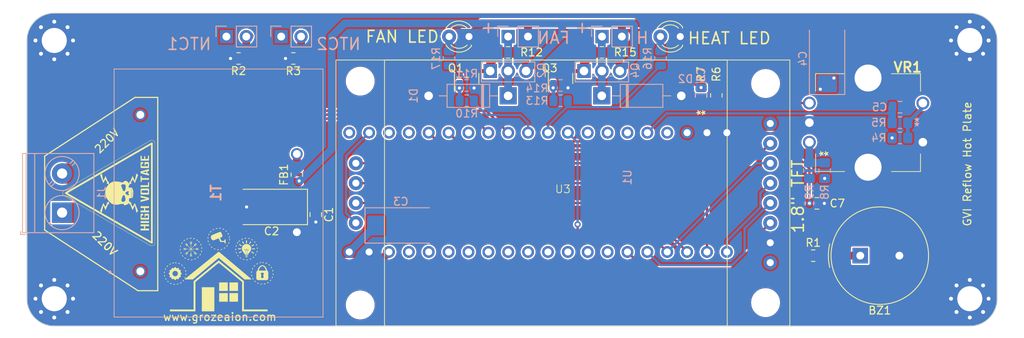
<source format=kicad_pcb>
(kicad_pcb (version 20221018) (generator pcbnew)
  (layers (0 "F.Cu" signal) (31 "B.Cu" signal) (34 "B.Paste" user) (35 "F.Paste" user) (36 "B.SilkS" user "B.Silkscreen") (37 "F.SilkS" user "F.Silkscreen") (38 "B.Mask" user) (39 "F.Mask" user) (44 "Edge.Cuts" user))
  (net 0 "")
  (net 1 "Net-(BZ1--)")
  (net 2 "GND")
  (net 3 "+5V")
  (net 4 "+3.3V")
  (net 5 "BTN")
  (net 6 "CH1")
  (net 7 "CH2")
  (net 8 "Net-(D1-K)")
  (net 9 "Net-(D2-K)")
  (net 10 "Net-(T1-DC_OUTPUT_+V)")
  (net 11 "Net-(J1-Pin_1)")
  (net 12 "Net-(J1-Pin_2)")
  (net 13 "Net-(Q1-G)")
  (net 14 "Net-(Q1-D)")
  (net 15 "Net-(Q3-G)")
  (net 16 "Net-(Q3-D)")
  (net 17 "BUZZ")
  (net 18 "NTC1")
  (net 19 "NTC2")
  (net 20 "SW")
  (net 21 "A")
  (net 22 "B")
  (net 23 "FAN")
  (net 24 "HEATER")
  (net 25 "Net-(D3-A)")
  (net 26 "LCD_CMD")
  (net 27 "LCD_RST")
  (net 28 "LCD_CS")
  (net 29 "RST")
  (net 42 "SWO")
  (net 47 "SD_CS")
  (net 48 "SPI_MOSI")
  (net 49 "SPI_MISO")
  (net 50 "SPI_SCK")
  (net 52 "Net-(D4-A)")
  (footprint "MountingHole:MountingHole_3.2mm_M3_Pad_Via" (layer "F.Cu") (at 152 113.5)
    (fp_text reference "H4" hide)
    (fp_text value "MountingHole_Pad")
    (pad "1" thru_hole circle (at -2.4 0) (size 0.8 0.8) (drill 0.5) (layers "*.Cu" "*.Mask") (net 2 "GND"))
    (pad "1" thru_hole circle (at -1.697056 -1.697056) (size 0.8 0.8) (drill 0.5) (layers "*.Cu" "*.Mask") (net 2 "GND"))
    (pad "1" thru_hole circle (at -1.697056 1.697056) (size 0.8 0.8) (drill 0.5) (layers "*.Cu" "*.Mask") (net 2 "GND"))
    (pad "1" thru_hole circle (at 0 -2.4) (size 0.8 0.8) (drill 0.5) (layers "*.Cu" "*.Mask") (net 2 "GND"))
    (pad "1" thru_hole circle (at 0 0) (size 6.4 6.4) (drill 3.2) (layers "*.Cu" "*.Mask") (net 2 "GND"))
    (pad "1" thru_hole circle (at 0 2.4) (size 0.8 0.8) (drill 0.5) (layers "*.Cu" "*.Mask") (net 2 "GND"))
    (pad "1" thru_hole circle (at 1.697056 -1.697056) (size 0.8 0.8) (drill 0.5) (layers "*.Cu" "*.Mask") (net 2 "GND"))
    (pad "1" thru_hole circle (at 1.697056 1.697056) (size 0.8 0.8) (drill 0.5) (layers "*.Cu" "*.Mask") (net 2 "GND"))
    (pad "1" thru_hole circle (at 2.4 0) (size 0.8 0.8) (drill 0.5) (layers "*.Cu" "*.Mask") (net 2 "GND"))
  )
  (footprint "Resistor_SMD:R_0805_2012Metric" (layer "F.Cu") (at 66 97.65 90)
    (fp_text reference "FB1" (at 0 -1.65 90) (layer "F.SilkS"))
    (fp_text value "FerriteBead")
    (pad "1" smd roundrect (at -0.9125 0 90) (size 1.025 1.4) (layers "F.Cu" "F.Paste" "F.Mask") (roundrect_rratio 0.243902439) (net 3 "+5V"))
    (pad "2" smd roundrect (at 0.9125 0 90) (size 1.025 1.4) (layers "F.Cu" "F.Paste" "F.Mask") (roundrect_rratio 0.243902439) (net 10 "Net-(T1-DC_OUTPUT_+V)"))
  )
  (footprint "Capacitor_SMD:C_0805_2012Metric" (layer "F.Cu") (at 68.425 102.75 -90)
    (fp_text reference "C1" (at 0 -1.68 90) (layer "F.SilkS"))
    (fp_text value "100n")
    (pad "1" smd roundrect (at -0.95 0 270) (size 1 1.45) (layers "F.Cu" "F.Paste" "F.Mask") (net 3 "+5V"))
    (pad "2" smd roundrect (at 0.95 0 270) (size 1 1.45) (layers "F.Cu" "F.Paste" "F.Mask") (net 2 "GND"))
  )
  (footprint "MountingHole:MountingHole_3.2mm_M3_Pad_Via" (layer "F.Cu") (at 152 80.5)
    (fp_text reference "H3" hide)
    (fp_text value "MountingHole_Pad")
    (pad "1" thru_hole circle (at -2.4 0) (size 0.8 0.8) (drill 0.5) (layers "*.Cu" "*.Mask") (net 2 "GND"))
    (pad "1" thru_hole circle (at -1.697056 -1.697056) (size 0.8 0.8) (drill 0.5) (layers "*.Cu" "*.Mask") (net 2 "GND"))
    (pad "1" thru_hole circle (at -1.697056 1.697056) (size 0.8 0.8) (drill 0.5) (layers "*.Cu" "*.Mask") (net 2 "GND"))
    (pad "1" thru_hole circle (at 0 -2.4) (size 0.8 0.8) (drill 0.5) (layers "*.Cu" "*.Mask") (net 2 "GND"))
    (pad "1" thru_hole circle (at 0 0) (size 6.4 6.4) (drill 3.2) (layers "*.Cu" "*.Mask") (net 2 "GND"))
    (pad "1" thru_hole circle (at 0 2.4) (size 0.8 0.8) (drill 0.5) (layers "*.Cu" "*.Mask") (net 2 "GND"))
    (pad "1" thru_hole circle (at 1.697056 -1.697056) (size 0.8 0.8) (drill 0.5) (layers "*.Cu" "*.Mask") (net 2 "GND"))
    (pad "1" thru_hole circle (at 1.697056 1.697056) (size 0.8 0.8) (drill 0.5) (layers "*.Cu" "*.Mask") (net 2 "GND"))
    (pad "1" thru_hole circle (at 2.4 0) (size 0.8 0.8) (drill 0.5) (layers "*.Cu" "*.Mask") (net 2 "GND"))
  )
  (footprint "Resistor_SMD:R_0805_2012Metric_Pad1.20x1.40mm_HandSolder" (layer "F.Cu") (at 131.99 108)
    (fp_text reference "R1" (at 0 -1.65) (layer "F.SilkS"))
    (fp_text value "100")
    (pad "1" smd roundrect (at -1 0) (size 1.2 1.4) (layers "F.Cu" "F.Paste" "F.Mask") (roundrect_rratio 0.2083333333) (net 17 "BUZZ"))
    (pad "2" smd roundrect (at 1 0) (size 1.2 1.4) (layers "F.Cu" "F.Paste" "F.Mask") (roundrect_rratio 0.2083333333) (net 1 "Net-(BZ1--)"))
  )
  (footprint "Graphics:SnartHome14" (layer "F.Cu") (at 56.020646 109.761767)
    (fp_text reference "G***" hide)
    (fp_text value "LOGO" hide)
  )
  (footprint "Capacitor_SMD:C_0805_2012Metric" (layer "F.Cu") (at 132.46 101.32)
    (fp_text reference "C7" (at 2.61 0) (layer "F.SilkS"))
    (fp_text value "100n")
    (pad "1" smd roundrect (at -0.95 0) (size 1 1.45) (layers "F.Cu" "F.Paste" "F.Mask") (net 6 "CH1"))
    (pad "2" smd roundrect (at 0.95 0) (size 1 1.45) (layers "F.Cu" "F.Paste" "F.Mask") (net 2 "GND"))
  )
  (footprint "Resistor_SMD:R_0805_2012Metric_Pad1.20x1.40mm_HandSolder" (layer "F.Cu") (at 117.66 87.51 -90)
    (fp_text reference "R7" (at -2.7 0 90) (layer "F.SilkS"))
    (fp_text value "10k")
    (pad "1" smd roundrect (at -1 0 270) (size 1.2 1.4) (layers "F.Cu" "F.Paste" "F.Mask") (roundrect_rratio 0.2083333333) (net 7 "CH2"))
    (pad "2" smd roundrect (at 1 0 270) (size 1.2 1.4) (layers "F.Cu" "F.Paste" "F.Mask") (roundrect_rratio 0.2083333333) (net 21 "A"))
  )
  (footprint "ESP:PEC11R4220FS0024" (layer "F.Cu") (at 146 88.5 -90)
    (fp_text reference "VR1" (at -4.57 1.93) (layer "F.SilkS") (effects (font (size 1.27 1.27) (thickness 0.254))))
    (fp_text value "PEC11R-4220F-S0024" hide)
    (pad "1" thru_hole circle (at 0 0 270) (size 1.65 1.65) (drill 1.1) (layers "*.Cu" "*.Mask") (net 20 "SW"))
    (pad "2" thru_hole circle (at 5 0 270) (size 1.65 1.65) (drill 1.1) (layers "*.Cu" "*.Mask") (net 2 "GND"))
    (pad "A1" thru_hole circle (at 0 14.5 270) (size 1.65 1.65) (drill 1.1) (layers "*.Cu" "*.Mask") (net 21 "A"))
    (pad "B1" thru_hole circle (at 5 14.5 270) (size 1.65 1.65) (drill 1.1) (layers "*.Cu" "*.Mask") (net 22 "B"))
    (pad "C1" thru_hole circle (at 2.5 14.5 270) (size 1.65 1.65) (drill 1.1) (layers "*.Cu" "*.Mask") (net 2 "GND"))
    (pad "MH1" thru_hole circle (at -3.2 7 270) (size 5.161 5.161) (drill 3.4409) (layers "*.Cu" "*.Mask") (net 2 "GND"))
    (pad "MH2" thru_hole circle (at 8.2 7 270) (size 5.161 5.161) (drill 3.4409) (layers "*.Cu" "*.Mask") (net 2 "GND"))
  )
  (footprint "LED_THT:LED_D3.0mm" (layer "F.Cu") (at 115 80 180)
    (fp_text reference "D3" hide)
    (fp_text value "LED")
    (pad "1" thru_hole rect (at 0 0 180) (size 1.8 1.8) (drill 0.9) (layers "*.Cu" "*.Mask") (net 2 "GND"))
    (pad "2" thru_hole circle (at 2.54 0 180) (size 1.8 1.8) (drill 0.9) (layers "*.Cu" "*.Mask") (net 25 "Net-(D3-A)"))
  )
  (footprint "Resistor_SMD:R_0805_2012Metric_Pad1.20x1.40mm_HandSolder" (layer "F.Cu") (at 119.61 87.51 90)
    (fp_text reference "R6" (at 2.7 0 90) (layer "F.SilkS"))
    (fp_text value "10k")
    (pad "1" smd roundrect (at -1 0 90) (size 1.2 1.4) (layers "F.Cu" "F.Paste" "F.Mask") (roundrect_rratio 0.2083333333) (net 21 "A"))
    (pad "2" smd roundrect (at 1 0 90) (size 1.2 1.4) (layers "F.Cu" "F.Paste" "F.Mask") (roundrect_rratio 0.2083333333) (net 4 "+3.3V"))
  )
  (footprint "Resistor_SMD:R_0805_2012Metric" (layer "F.Cu") (at 93 82.025 180)
    (fp_text reference "R12" (at -3 0.005) (layer "F.SilkS"))
    (fp_text value "10k")
    (pad "1" smd roundrect (at -0.9125 0 180) (size 1.025 1.4) (layers "F.Cu" "F.Paste" "F.Mask") (roundrect_rratio 0.243902439) (net 3 "+5V"))
    (pad "2" smd roundrect (at 0.9125 0 180) (size 1.025 1.4) (layers "F.Cu" "F.Paste" "F.Mask") (roundrect_rratio 0.243902439) (net 14 "Net-(Q1-D)"))
  )
  (footprint "Package_TO_SOT_SMD:SOT-23" (layer "F.Cu") (at 87.7 85.35 90)
    (fp_text reference "Q1" (at 1.31 -1.39 180) (layer "F.SilkS"))
    (fp_text value "BSS138")
    (pad "1" smd roundrect (at -0.9375 -0.95 90) (size 1.475 0.6) (layers "F.Cu" "F.Paste" "F.Mask") (net 13 "Net-(Q1-G)"))
    (pad "2" smd roundrect (at -0.9375 0.95 90) (size 1.475 0.6) (layers "F.Cu" "F.Paste" "F.Mask") (net 2 "GND"))
    (pad "3" smd roundrect (at 0.9375 0 90) (size 1.475 0.6) (layers "F.Cu" "F.Paste" "F.Mask") (net 14 "Net-(Q1-D)"))
  )
  (footprint "MountingHole:MountingHole_3.2mm_M3_Pad_Via" (layer "F.Cu") (at 35 80.5)
    (fp_text reference "H1" hide)
    (fp_text value "MountingHole_Pad")
    (pad "1" thru_hole circle (at -2.4 0) (size 0.8 0.8) (drill 0.5) (layers "*.Cu" "*.Mask") (net 2 "GND"))
    (pad "1" thru_hole circle (at -1.697056 -1.697056) (size 0.8 0.8) (drill 0.5) (layers "*.Cu" "*.Mask") (net 2 "GND"))
    (pad "1" thru_hole circle (at -1.697056 1.697056) (size 0.8 0.8) (drill 0.5) (layers "*.Cu" "*.Mask") (net 2 "GND"))
    (pad "1" thru_hole circle (at 0 -2.4) (size 0.8 0.8) (drill 0.5) (layers "*.Cu" "*.Mask") (net 2 "GND"))
    (pad "1" thru_hole circle (at 0 0) (size 6.4 6.4) (drill 3.2) (layers "*.Cu" "*.Mask") (net 2 "GND"))
    (pad "1" thru_hole circle (at 0 2.4) (size 0.8 0.8) (drill 0.5) (layers "*.Cu" "*.Mask") (net 2 "GND"))
    (pad "1" thru_hole circle (at 1.697056 -1.697056) (size 0.8 0.8) (drill 0.5) (layers "*.Cu" "*.Mask") (net 2 "GND"))
    (pad "1" thru_hole circle (at 1.697056 1.697056) (size 0.8 0.8) (drill 0.5) (layers "*.Cu" "*.Mask") (net 2 "GND"))
    (pad "1" thru_hole circle (at 2.4 0) (size 0.8 0.8) (drill 0.5) (layers "*.Cu" "*.Mask") (net 2 "GND"))
  )
  (footprint "ADR130:HighVoltage15mm" (layer "F.Cu") (at 42.525 99.999608 90)
    (fp_text reference "G***" hide)
    (fp_text value "LOGO" hide)
  )
  (footprint "LED_THT:LED_D3.0mm" (layer "F.Cu") (at 88 80 180)
    (fp_text reference "D4" hide)
    (fp_text value "LED")
    (pad "1" thru_hole rect (at 0 0 180) (size 1.8 1.8) (drill 0.9) (layers "*.Cu" "*.Mask") (net 2 "GND"))
    (pad "2" thru_hole circle (at 2.54 0 180) (size 1.8 1.8) (drill 0.9) (layers "*.Cu" "*.Mask") (net 52 "Net-(D4-A)"))
  )
  (footprint "Resistor_SMD:R_0805_2012Metric_Pad1.20x1.40mm_HandSolder" (layer "F.Cu") (at 65.55 82.8)
    (fp_text reference "R3" (at 0 1.61) (layer "F.SilkS"))
    (fp_text value "10k")
    (pad "1" smd roundrect (at -1 0) (size 1.2 1.4) (layers "F.Cu" "F.Paste" "F.Mask") (roundrect_rratio 0.2083333333) (net 2 "GND"))
    (pad "2" smd roundrect (at 1 0) (size 1.2 1.4) (layers "F.Cu" "F.Paste" "F.Mask") (roundrect_rratio 0.2083333333) (net 19 "NTC2"))
  )
  (footprint "KiCAD_Lib:1.8 TFT" (layer "F.Cu") (at 100 100)
    (fp_text reference "U3" (at 0 -0.5 unlocked) (layer "F.SilkS") (effects (font (thickness 0.1))))
    (fp_text value "1.8\" TFT")
    (pad "" np_thru_hole circle (at -25.9 -14.3) (size 3.2 3.2) (drill 3.2) (layers "F&B.Cu" "*.Mask"))
    (pad "" np_thru_hole circle (at -25.9 14.3) (size 3.2 3.2) (drill 3.2) (layers "F&B.Cu" "*.Mask"))
    (pad "" np_thru_hole circle (at 25.9 -14) (size 3.2 3.2) (drill 3.2) (layers "F&B.Cu" "*.Mask"))
    (pad "" np_thru_hole circle (at 25.9 14) (size 3.2 3.2) (drill 3.2) (layers "F&B.Cu" "*.Mask"))
    (pad "1" thru_hole circle (at 26.5 -8.89) (size 1.8 1.8) (drill 0.9) (layers "*.Cu" "*.Mask") (net 4 "+3.3V"))
    (pad "2" thru_hole circle (at 26.5 -6.35) (size 1.8 1.8) (drill 0.9) (layers "*.Cu" "*.Mask") (net 50 "SPI_SCK"))
    (pad "3" thru_hole circle (at 26.5 -3.81) (size 1.8 1.8) (drill 0.9) (layers "*.Cu" "*.Mask") (net 48 "SPI_MOSI"))
    (pad "4" thru_hole circle (at 26.5 -1.27) (size 1.8 1.8) (drill 0.9) (layers "*.Cu" "*.Mask") (net 26 "LCD_CMD"))
    (pad "5" thru_hole circle (at 26.5 1.27) (size 1.8 1.8) (drill 0.9) (layers "*.Cu" "*.Mask") (net 27 "LCD_RST"))
    (pad "6" thru_hole circle (at 26.5 3.81) (size 1.8 1.8) (drill 0.9) (layers "*.Cu" "*.Mask") (net 28 "LCD_CS"))
    (pad "7" thru_hole circle (at 26.5 6.35) (size 1.8 1.8) (drill 0.9) (layers "*.Cu" "*.Mask") (net 2 "GND"))
    (pad "8" thru_hole circle (at 26.5 8.89) (size 1.8 1.8) (drill 0.9) (layers "*.Cu" "*.Mask") (net 4 "+3.3V"))
    (pad "9" thru_hole circle (at -26.46 -3.81) (size 1.8 1.8) (drill 0.9) (layers "*.Cu" "*.Mask") (net 50 "SPI_SCK"))
    (pad "10" thru_hole circle (at -26.46 -1.27) (size 1.8 1.8) (drill 0.9) (layers "*.Cu" "*.Mask") (net 49 "SPI_MISO"))
    (pad "11" thru_hole circle (at -26.46 1.27) (size 1.8 1.8) (drill 0.9) (layers "*.Cu" "*.Mask") (net 48 "SPI_MOSI"))
    (pad "12" thru_hole circle (at -26.46 3.81) (size 1.8 1.8) (drill 0.9) (layers "*.Cu" "*.Mask") (net 47 "SD_CS"))
  )
  (footprint "Package_TO_SOT_SMD:SOT-23" (layer "F.Cu") (at 99.7 85.35 90)
    (fp_text reference "Q3" (at 1.31 -1.39 180) (layer "F.SilkS"))
    (fp_text value "BSS138")
    (pad "1" smd roundrect (at -0.9375 -0.95 90) (size 1.475 0.6) (layers "F.Cu" "F.Paste" "F.Mask") (net 15 "Net-(Q3-G)"))
    (pad "2" smd roundrect (at -0.9375 0.95 90) (size 1.475 0.6) (layers "F.Cu" "F.Paste" "F.Mask") (net 2 "GND"))
    (pad "3" smd roundrect (at 0.9375 0 90) (size 1.475 0.6) (layers "F.Cu" "F.Paste" "F.Mask") (net 16 "Net-(Q3-D)"))
  )
  (footprint "Buzzer_Beeper:Buzzer_TDK_PS1240P02BT_D12.2mm_H6.5mm" (layer "F.Cu") (at 138 108)
    (fp_text reference "BZ1" (at 2.500784 7) (layer "F.SilkS"))
    (fp_text value "Buzzer")
    (pad "1" thru_hole rect (at 0 0) (size 2 2) (drill 1) (layers "*.Cu" "*.Mask") (net 1 "Net-(BZ1--)"))
    (pad "2" thru_hole circle (at 5 0) (size 2 2) (drill 1) (layers "*.Cu" "*.Mask") (net 2 "GND"))
  )
  (footprint "Capacitor_Tantalum_SMD:CP_EIA-7343-43_Kemet-X_Pad2.25x2.55mm_HandSolder" (layer "F.Cu") (at 62.775 101.775 180)
    (fp_text reference "C2" (at 0 -3.1) (layer "F.SilkS"))
    (fp_text value "22u")
    (pad "1" smd roundrect (at -3.2 0 180) (size 2.25 2.55) (layers "F.Cu" "F.Paste" "F.Mask") (roundrect_rratio 0.1111111111) (net 3 "+5V"))
    (pad "2" smd roundrect (at 3.2 0 180) (size 2.25 2.55) (layers "F.Cu" "F.Paste" "F.Mask") (roundrect_rratio 0.1111111111) (net 2 "GND"))
  )
  (footprint "MountingHole:MountingHole_3.2mm_M3_Pad_Via" (layer "F.Cu") (at 35 113.5)
    (fp_text reference "H2" hide)
    (fp_text value "MountingHole_Pad")
    (pad "1" thru_hole circle (at -2.4 0) (size 0.8 0.8) (drill 0.5) (layers "*.Cu" "*.Mask") (net 2 "GND"))
    (pad "1" thru_hole circle (at -1.697056 -1.697056) (size 0.8 0.8) (drill 0.5) (layers "*.Cu" "*.Mask") (net 2 "GND"))
    (pad "1" thru_hole circle (at -1.697056 1.697056) (size 0.8 0.8) (drill 0.5) (layers "*.Cu" "*.Mask") (net 2 "GND"))
    (pad "1" thru_hole circle (at 0 -2.4) (size 0.8 0.8) (drill 0.5) (layers "*.Cu" "*.Mask") (net 2 "GND"))
    (pad "1" thru_hole circle (at 0 0) (size 6.4 6.4) (drill 3.2) (layers "*.Cu" "*.Mask") (net 2 "GND"))
    (pad "1" thru_hole circle (at 0 2.4) (size 0.8 0.8) (drill 0.5) (layers "*.Cu" "*.Mask") (net 2 "GND"))
    (pad "1" thru_hole circle (at 1.697056 -1.697056) (size 0.8 0.8) (drill 0.5) (layers "*.Cu" "*.Mask") (net 2 "GND"))
    (pad "1" thru_hole circle (at 1.697056 1.697056) (size 0.8 0.8) (drill 0.5) (layers "*.Cu" "*.Mask") (net 2 "GND"))
    (pad "1" thru_hole circle (at 2.4 0) (size 0.8 0.8) (drill 0.5) (layers "*.Cu" "*.Mask") (net 2 "GND"))
  )
  (footprint "Resistor_SMD:R_0805_2012Metric" (layer "F.Cu") (at 104.975 82.025 180)
    (fp_text reference "R15" (at -2.995 0.005) (layer "F.SilkS"))
    (fp_text value "10k")
    (pad "1" smd roundrect (at -0.9125 0 180) (size 1.025 1.4) (layers "F.Cu" "F.Paste" "F.Mask") (roundrect_rratio 0.243902439) (net 3 "+5V"))
    (pad "2" smd roundrect (at 0.9125 0 180) (size 1.025 1.4) (layers "F.Cu" "F.Paste" "F.Mask") (roundrect_rratio 0.243902439) (net 16 "Net-(Q3-D)"))
  )
  (footprint "Resistor_SMD:R_0805_2012Metric_Pad1.20x1.40mm_HandSolder" (layer "F.Cu") (at 58.55 82.8)
    (fp_text reference "R2" (at 0 1.6) (layer "F.SilkS"))
    (fp_text value "10k")
    (pad "1" smd roundrect (at -1 0) (size 1.2 1.4) (layers "F.Cu" "F.Paste" "F.Mask") (roundrect_rratio 0.2083333333) (net 2 "GND"))
    (pad "2" smd roundrect (at 1 0) (size 1.2 1.4) (layers "F.Cu" "F.Paste" "F.Mask") (roundrect_rratio 0.2083333333) (net 18 "NTC1"))
  )
  (footprint "Capacitor_Tantalum_SMD:CP_EIA-7343-43_Kemet-X_Pad2.25x2.55mm_HandSolder" (layer "B.Cu") (at 79.3 104.14)
    (fp_text reference "C3" (at -0.01 -3.05) (layer "B.SilkS") (effects (justify mirror)))
    (fp_text value "22u")
    (pad "1" smd roundrect (at -3.2 0) (size 2.25 2.55) (layers "B.Cu" "B.Paste" "B.Mask") (roundrect_rratio 0.1111111111) (net 4 "+3.3V"))
    (pad "2" smd roundrect (at 3.2 0) (size 2.25 2.55) (layers "B.Cu" "B.Paste" "B.Mask") (roundrect_rratio 0.1111111111) (net 2 "GND"))
  )
  (footprint "Capacitor_SMD:C_0805_2012Metric" (layer "B.Cu") (at 117.665 87.51 -90)
    (fp_text reference "C6" (at -2.6 0 90) (layer "B.SilkS") (effects (justify mirror)))
    (fp_text value "100n")
    (pad "1" smd roundrect (at -0.95 0 270) (size 1 1.45) (layers "B.Cu" "B.Paste" "B.Mask") (net 7 "CH2"))
    (pad "2" smd roundrect (at 0.95 0 270) (size 1 1.45) (layers "B.Cu" "B.Paste" "B.Mask") (net 2 "GND"))
  )
  (footprint "Capacitor_SMD:C_0805_2012Metric" (layer "B.Cu") (at 143.075 89.025)
    (fp_text reference "C5" (at -2.6 0) (layer "B.SilkS") (effects (justify mirror)))
    (fp_text value "100n")
    (pad "1" smd roundrect (at -0.95 0) (size 1 1.45) (layers "B.Cu" "B.Paste" "B.Mask") (net 5 "BTN"))
    (pad "2" smd roundrect (at 0.95 0) (size 1 1.45) (layers "B.Cu" "B.Paste" "B.Mask") (net 2 "GND"))
  )
  (footprint "Connector_PinHeader_2.54mm:PinHeader_1x02_P2.54mm_Vertical" (layer "B.Cu") (at 64 80 -90)
    (fp_text reference "J3" hide)
    (fp_text value "Conn_01x02")
    (pad "1" thru_hole rect (at 0 0 270) (size 1.7 1.7) (drill 1) (layers "*.Cu" "*.Mask") (net 4 "+3.3V"))
    (pad "2" thru_hole oval (at 0 -2.54 270) (size 1.7 1.7) (drill 1) (layers "*.Cu" "*.Mask") (net 19 "NTC2"))
  )
  (footprint "Diode_THT:D_DO-41_SOD81_P10.16mm_Horizontal" (layer "B.Cu") (at 104.97 87.575)
    (fp_text reference "D2" (at 10.7 -2.155) (layer "B.SilkS") (effects (justify mirror)))
    (fp_text value "1N4007")
    (pad "1" thru_hole rect (at 0 0) (size 2.2 2.2) (drill 1.1) (layers "*.Cu" "*.Mask") (net 9 "Net-(D2-K)"))
    (pad "2" thru_hole oval (at 10.16 0) (size 2.2 2.2) (drill 1.1) (layers "*.Cu" "*.Mask") (net 2 "GND"))
  )
  (footprint "Capacitor_Tantalum_SMD:CP_EIA-7343-43_Kemet-X_Pad2.25x2.55mm_HandSolder" (layer "B.Cu") (at 133.76 82.82 90)
    (fp_text reference "C4" (at 0 -3.1 -270) (layer "B.SilkS") (effects (justify mirror)))
    (fp_text value "22u")
    (pad "1" smd roundrect (at -3.2 0 90) (size 2.25 2.55) (layers "B.Cu" "B.Paste" "B.Mask") (roundrect_rratio 0.1111111111) (net 4 "+3.3V"))
    (pad "2" smd roundrect (at 3.2 0 90) (size 2.25 2.55) (layers "B.Cu" "B.Paste" "B.Mask") (roundrect_rratio 0.1111111111) (net 2 "GND"))
  )
  (footprint "Resistor_SMD:R_0805_2012Metric" (layer "B.Cu") (at 87.7125 88.2 180)
    (fp_text reference "R10" (at -0.0075 -1.63) (layer "B.SilkS") (effects (justify mirror)))
    (fp_text value "100")
    (pad "1" smd roundrect (at -0.9125 0 180) (size 1.025 1.4) (layers "B.Cu" "B.Paste" "B.Mask") (roundrect_rratio 0.243902439) (net 23 "FAN"))
    (pad "2" smd roundrect (at 0.9125 0 180) (size 1.025 1.4) (layers "B.Cu" "B.Paste" "B.Mask") (roundrect_rratio 0.243902439) (net 13 "Net-(Q1-G)"))
  )
  (footprint "Connector_PinHeader_2.54mm:PinHeader_1x02_P2.54mm_Vertical" (layer "B.Cu") (at 57 80 -90)
    (fp_text reference "J2" hide)
    (fp_text value "Conn_01x02")
    (pad "1" thru_hole rect (at 0 0 270) (size 1.7 1.7) (drill 1) (layers "*.Cu" "*.Mask") (net 4 "+3.3V"))
    (pad "2" thru_hole oval (at 0 -2.54 270) (size 1.7 1.7) (drill 1) (layers "*.Cu" "*.Mask") (net 18 "NTC1"))
  )
  (footprint "KiCAD_Lib:blue_pill" (layer "B.Cu") (at 100 98 90)
    (fp_text reference "U1" (at 0 8.255 270) (layer "B.SilkS") (effects (justify mirror)))
    (fp_text value "BP")
    (pad "3V3" thru_hole circle (at -9.525 -27.305 90) (size 1.524 1.524) (drill 0.9) (layers "*.Cu" "*.Mask") (net 4 "+3.3V"))
    (pad "3V3" thru_hole circle (at 5.715 15.875 90) (size 1.524 1.524) (drill 0.9) (layers "*.Cu" "*.Mask") (net 4 "+3.3V"))
    (pad "5V" thru_hole circle (at -9.525 -22.225 90) (size 1.524 1.524) (drill 0.9) (layers "*.Cu" "*.Mask") (net 3 "+5V"))
    (pad "G" thru_hole circle (at -9.525 -24.765 90) (size 1.524 1.524) (drill 0.9) (layers "*.Cu" "*.Mask") (net 2 "GND"))
    (pad "G" thru_hole circle (at 5.715 18.415 90) (size 1.524 1.524) (drill 0.9) (layers "*.Cu" "*.Mask") (net 2 "GND"))
    (pad "G" thru_hole circle (at 5.715 20.955 90) (size 1.524 1.524) (drill 0.9) (layers "*.Cu" "*.Mask") (net 2 "GND"))
    (pad "NRST" thru_hole circle (at 5.715 13.335 90) (size 1.524 1.524) (drill 0.9) (layers "*.Cu" "*.Mask") (net 29 "RST"))
    (pad "PA0" thru_hole circle (at 5.715 -17.145 90) (size 1.524 1.524) (drill 0.9) (layers "*.Cu" "*.Mask") (net 6 "CH1"))
    (pad "PA1" thru_hole circle (at 5.715 -14.605 90) (size 1.524 1.524) (drill 0.9) (layers "*.Cu" "*.Mask") (net 7 "CH2"))
    (pad "PA2" thru_hole circle (at 5.715 -12.065 90) (size 1.524 1.524) (drill 0.9) (layers "*.Cu" "*.Mask"))
    (pad "PA3" thru_hole circle (at 5.715 -9.525 90) (size 1.524 1.524) (drill 0.9) (layers "*.Cu" "*.Mask") (net 18 "NTC1"))
    (pad "PA4" thru_hole circle (at 5.715 -6.985 90) (size 1.524 1.524) (drill 0.9) (layers "*.Cu" "*.Mask") (net 19 "NTC2"))
    (pad "PA5" thru_hole circle (at 5.715 -4.445 90) (size 1.524 1.524) (drill 0.9) (layers "*.Cu" "*.Mask") (net 23 "FAN"))
    (pad "PA6" thru_hole circle (at 5.715 -1.905 90) (size 1.524 1.524) (drill 0.9) (layers "*.Cu" "*.Mask") (net 24 "HEATER"))
    (pad "PA7" thru_hole circle (at 5.715 0.635 90) (size 1.524 1.524) (drill 0.9) (layers "*.Cu" "*.Mask") (net 17 "BUZZ"))
    (pad "PA8" thru_hole circle (at -9.525 10.795 90) (size 1.524 1.524) (drill 0.9) (layers "*.Cu" "*.Mask") (net 27 "LCD_RST"))
    (pad "PA9" thru_hole circle (at -9.525 8.255 90) (size 1.524 1.524) (drill 0.9) (layers "*.Cu" "*.Mask") (net 28 "LCD_CS"))
    (pad "PA10" thru_hole circle (at -9.525 5.715 90) (size 1.524 1.524) (drill 0.9) (layers "*.Cu" "*.Mask"))
    (pad "PA11" thru_hole circle (at -9.525 3.175 90) (size 1.524 1.524) (drill 0.9) (layers "*.Cu" "*.Mask"))
    (pad "PA12" thru_hole circle (at -9.525 0.635 90) (size 1.524 1.524) (drill 0.9) (layers "*.Cu" "*.Mask"))
    (pad "PA15" thru_hole circle (at -9.525 -1.905 90) (size 1.524 1.524) (drill 0.9) (layers "*.Cu" "*.Mask"))
    (pad "PB0" thru_hole circle (at 5.715 3.175 90) (size 1.524 1.524) (drill 0.9) (layers "*.Cu" "*.Mask"))
    (pad "PB1" thru_hole circle (at 5.715 5.715 90) (size 1.524 1.524) (drill 0.9) (layers "*.Cu" "*.Mask"))
    (pad "PB3" thru_hole circle (at -9.525 -4.445 90) (size 1.524 1.524) (drill 0.9) (layers "*.Cu" "*.Mask") (net 42 "SWO"))
    (pad "PB4" thru_hole circle (at -9.525 -6.985 90) (size 1.524 1.524) (drill 0.9) (layers "*.Cu" "*.Mask"))
    (pad "PB5" thru_hole circle (at -9.525 -9.525 90) (size 1.524 1.524) (drill 0.9) (layers "*.Cu" "*.Mask"))
    (pad "PB6" thru_hole circle (at -9.525 -12.065 90) (size 1.524 1.524) (drill 0.9) (layers "*.Cu" "*.Mask"))
    (pad "PB7" thru_hole circle (at -9.525 -14.605 90) (size 1.524 1.524) (drill 0.9) (layers "*.Cu" "*.Mask"))
    (pad "PB8" thru_hole circle (at -9.525 -17.145 90) (size 1.524 1.524) (drill 0.9) (layers "*.Cu" "*.Mask"))
    (pad "PB9" thru_hole circle (at -9.525 -19.685 90) (size 1.524 1.524) (drill 0.9) (layers "*.Cu" "*.Mask"))
    (pad "PB10" thru_hole circle (at 5.715 8.255 90) (size 1.524 1.524) (drill 0.9) (layers "*.Cu" "*.Mask"))
    (pad "PB11" thru_hole circle (at 5.715 10.795 90) (size 1.524 1.524) (drill 0.9) (layers "*.Cu" "*.Mask") (net 5 "BTN"))
    (pad "PB12" thru_hole circle (at -9.525 20.955 90) (size 1.524 1.524) (drill 0.9) (layers "*.Cu" "*.Mask") (net 26 "LCD_CMD"))
    (pad "PB13" thru_hole circle (at -9.525 18.415 90) (size 1.524 1.524) (drill 0.9) (layers "*.Cu" "*.Mask") (net 50 "SPI_SCK"))
    (pad "PB14" thru_hole circle (at -9.525 15.875 90) (size 1.524 1.524) (drill 0.9) (layers "*.Cu" "*.Mask") (net 49 "SPI_MISO"))
    (pad "PB15" thru_hole circle (at -9.525 13.335 90) (size 1.524 1.524) (drill 0.9) (layers "*.Cu" "*.Mask") (net 48 "SPI_MOSI"))
    (pad "PC13" thru_hole circle (at 5.715 -24.765 90) (size 1.524 1.524) (drill 0.9) (layers "*.Cu" "*.Mask") (net 47 "SD_CS"))
    (pad "PC14" thru_hole circle (at 5.715 -22.225 90) (size 1.524 1.524) (drill 0.9) (layers "*.Cu" "*.Mask"))
    (pad "PC15" thru_hole circle (at 5.715 -19.685 90) (size 1.524 1.524) (drill 0.9) (layers "*.Cu" "*.Mask"))
    (pad "VBAT" thru_hole circle (at 5.715 -27.305 90) (size 1.524 1.524) (drill 0.9) (layers "*.Cu" "*.Mask"))
  )
  (footprint "Resistor_SMD:R_0805_2012Metric_Pad1.20x1.40mm_HandSolder" (layer "B.Cu") (at 133.455 97.13 -90)
    (fp_text reference "R8" (at 2.75 0 90) (layer "B.SilkS") (effects (justify mirror)))
    (fp_text value "10k")
    (pad "1" smd roundrect (at -1 0 270) (size 1.2 1.4) (layers "B.Cu" "B.Paste" "B.Mask") (roundrect_rratio 0.2083333333) (net 22 "B"))
    (pad "2" smd roundrect (at 1 0 270) (size 1.2 1.4) (layers "B.Cu" "B.Paste" "B.Mask") (roundrect_rratio 0.2083333333) (net 4 "+3.3V"))
  )
  (footprint "Package_TO_SOT_THT:TO-251-3_Vertical" (layer "B.Cu") (at 102.695 84.4)
    (fp_text reference "Q4" (at 6.525 -0.072 90) (layer "B.SilkS") (effects (justify mirror)))
    (fp_text value "IRFU9024NPBF")
    (pad "1" thru_hole rect (at 0 0) (size 1.7175 1.8) (drill 1.1) (layers "*.Cu" "*.Mask") (net 16 "Net-(Q3-D)"))
    (pad "2" thru_hole oval (at 2.29 0) (size 1.7175 1.8) (drill 1.1) (layers "*.Cu" "*.Mask") (net 9 "Net-(D2-K)"))
    (pad "3" thru_hole oval (at 4.58 0) (size 1.7175 1.8) (drill 1.1) (layers "*.Cu" "*.Mask") (net 3 "+5V"))
  )
  (footprint "ESP:MYRRA-47121" (layer "B.Cu") (at 56 100 90)
    (fp_text reference "T1" (at 0 -0.325 90) (layer "B.SilkS") (effects (font (size 1.27 1.27) (thickness 0.254)) (justify mirror)))
    (fp_text value "47152" hide)
    (pad "1" thru_hole circle (at -10 -10 90) (size 1.5 1.5) (drill 1) (layers "*.Cu" "*.Mask") (net 11 "Net-(J1-Pin_1)"))
    (pad "5" thru_hole circle (at 10 -10 90) (size 1.5 1.5) (drill 1) (layers "*.Cu" "*.Mask") (net 12 "Net-(J1-Pin_2)"))
    (pad "7" thru_hole circle (at 5 10 90) (size 1.5 1.5) (drill 1) (layers "*.Cu" "*.Mask") (net 10 "Net-(T1-DC_OUTPUT_+V)"))
    (pad "9" thru_hole circle (at -5 10 90) (size 1.5 1.5) (drill 1) (layers "*.Cu" "*.Mask") (net 2 "GND"))
  )
  (footprint "Resistor_SMD:R_0805_2012Metric_Pad1.20x1.40mm_HandSolder" (layer "B.Cu") (at 143.075 91)
    (fp_text reference "R5" (at -2.7 0) (layer "B.SilkS") (effects (justify mirror)))
    (fp_text value "10k")
    (pad "1" smd roundrect (at -1 0) (size 1.2 1.4) (layers "B.Cu" "B.Paste" "B.Mask") (roundrect_rratio 0.2083333333) (net 5 "BTN"))
    (pad "2" smd roundrect (at 1 0) (size 1.2 1.4) (layers "B.Cu" "B.Paste" "B.Mask") (roundrect_rratio 0.2083333333) (net 20 "SW"))
  )
  (footprint "Resistor_SMD:R_0805_2012Metric" (layer "B.Cu") (at 99.7 88.2 180)
    (fp_text reference "R13" (at 3 0) (layer "B.SilkS") (effects (justify mirror)))
    (fp_text value "100")
    (pad "1" smd roundrect (at -0.9125 0 180) (size 1.025 1.4) (layers "B.Cu" "B.Paste" "B.Mask") (roundrect_rratio 0.243902439) (net 24 "HEATER"))
    (pad "2" smd roundrect (at 0.9125 0 180) (size 1.025 1.4) (layers "B.Cu" "B.Paste" "B.Mask") (roundrect_rratio 0.243902439) (net 15 "Net-(Q3-G)"))
  )
  (footprint "Package_TO_SOT_THT:TO-251-3_Vertical" (layer "B.Cu") (at 90.71 84.4)
    (fp_text reference "Q2" (at 6.572 -0.072 90) (layer "B.SilkS") (effects (justify mirror)))
    (fp_text value "IRFU9024NPBF")
    (pad "1" thru_hole rect (at 0 0) (size 1.7175 1.8) (drill 1.1) (layers "*.Cu" "*.Mask") (net 14 "Net-(Q1-D)"))
    (pad "2" thru_hole oval (at 2.29 0) (size 1.7175 1.8) (drill 1.1) (layers "*.Cu" "*.Mask") (net 8 "Net-(D1-K)"))
    (pad "3" thru_hole oval (at 4.58 0) (size 1.7175 1.8) (drill 1.1) (layers "*.Cu" "*.Mask") (net 3 "+5V"))
  )
  (footprint "Resistor_SMD:R_0805_2012Metric" (layer "B.Cu") (at 99.7 86.25 180)
    (fp_text reference "R14" (at 3.02 -0.36) (layer "B.SilkS") (effects (justify mirror)))
    (fp_text value "10k")
    (pad "1" smd roundrect (at -0.9125 0 180) (size 1.025 1.4) (layers "B.Cu" "B.Paste" "B.Mask") (roundrect_rratio 0.243902439) (net 2 "GND"))
    (pad "2" smd roundrect (at 0.9125 0 180) (size 1.025 1.4) (layers "B.Cu" "B.Paste" "B.Mask") (roundrect_rratio 0.243902439) (net 15 "Net-(Q3-G)"))
  )
  (footprint "Resistor_SMD:R_0805_2012Metric" (layer "B.Cu") (at 112.475 82.8 -90)
    (fp_text reference "R16" (at 0 1.65 90) (layer "B.SilkS") (effects (justify mirror)))
    (fp_text value "100")
    (pad "1" smd roundrect (at -0.9125 0 270) (size 1.025 1.4) (layers "B.Cu" "B.Paste" "B.Mask") (roundrect_rratio 0.243902439) (net 25 "Net-(D3-A)"))
    (pad "2" smd roundrect (at 0.9125 0 270) (size 1.025 1.4) (layers "B.Cu" "B.Paste" "B.Mask") (roundrect_rratio 0.243902439) (net 24 "HEATER"))
  )
  (footprint "Resistor_SMD:R_0805_2012Metric" (layer "B.Cu") (at 87.7 86.25 180)
    (fp_text reference "R11" (at 0 1.51) (layer "B.SilkS") (effects (justify mirror)))
    (fp_text value "10k")
    (pad "1" smd roundrect (at -0.9125 0 180) (size 1.025 1.4) (layers "B.Cu" "B.Paste" "B.Mask") (roundrect_rratio 0.243902439) (net 2 "GND"))
    (pad "2" smd roundrect (at 0.9125 0 180) (size 1.025 1.4) (layers "B.Cu" "B.Paste" "B.Mask") (roundrect_rratio 0.243902439) (net 13 "Net-(Q1-G)"))
  )
  (footprint "Connector_PinHeader_2.54mm:PinHeader_1x02_P2.54mm_Vertical" (layer "B.Cu") (at 105 80 -90)
    (fp_text reference "J5" hide)
    (fp_text value "RELAY")
    (pad "1" thru_hole rect (at 0 0 270) (size 1.7 1.7) (drill 1) (layers "*.Cu" "*.Mask") (net 9 "Net-(D2-K)"))
    (pad "2" thru_hole oval (at 0 -2.54 270) (size 1.7 1.7) (drill 1) (layers "*.Cu" "*.Mask") (net 2 "GND"))
  )
  (footprint "Diode_THT:D_DO-41_SOD81_P10.16mm_Horizontal" (layer "B.Cu") (at 93 87.575 180)
    (fp_text reference "D1" (at 12.08 0.005 90) (layer "B.SilkS") (effects (justify mirror)))
    (fp_text value "1N4007")
    (pad "1" thru_hole rect (at 0 0 180) (size 2.2 2.2) (drill 1.1) (layers "*.Cu" "*.Mask") (net 8 "Net-(D1-K)"))
    (pad "2" thru_hole oval (at 10.16 0 180) (size 2.2 2.2) (drill 1.1) (layers "*.Cu" "*.Mask") (net 2 "GND"))
  )
  (footprint "Connector_PinHeader_2.54mm:PinHeader_1x02_P2.54mm_Vertical" (layer "B.Cu") (at 93 80 -90)
    (fp_text reference "J4" hide)
    (fp_text value "FAN")
    (pad "1" thru_hole rect (at 0 0 270) (size 1.7 1.7) (drill 1) (layers "*.Cu" "*.Mask") (net 8 "Net-(D1-K)"))
    (pad "2" thru_hole oval (at 0 -2.54 270) (size 1.7 1.7) (drill 1) (layers "*.Cu" "*.Mask") (net 2 "GND"))
  )
  (footprint "Resistor_SMD:R_0805_2012Metric_Pad1.20x1.40mm_HandSolder" (layer "B.Cu") (at 131.505 97.13 90)
    (fp_text reference "R9" (at -2.75 0 90) (layer "B.SilkS") (effects (justify mirror)))
    (fp_text value "10k")
    (pad "1" smd roundrect (at -1 0 90) (size 1.2 1.4) (layers "B.Cu" "B.Paste" "B.Mask") (roundrect_rratio 0.2083333333) (net 6 "CH1"))
    (pad "2" smd roundrect (at 1 0 90) (size 1.2 1.4) (layers "B.Cu" "B.Paste" "B.Mask") (roundrect_rratio 0.2083333333) (net 22 "B"))
  )
  (footprint "TerminalBlock_Phoenix:TerminalBlock_Phoenix_PT-1,5-2-5.0-H_1x02_P5.00mm_Horizontal" (layer "B.Cu") (at 36 102.5 90)
    (fp_text reference "J1" (at 2.5 5.06 90) (layer "B.SilkS") (effects (justify mirror)))
    (fp_text value "HPWR")
    (pad "1" thru_hole rect (at 0 0 90) (size 2.6 2.6) (drill 1.3) (layers "*.Cu" "*.Mask") (net 11 "Net-(J1-Pin_1)"))
    (pad "2" thru_hole circle (at 5 0 90) (size 2.6 2.6) (drill 1.3) (layers "*.Cu" "*.Mask") (net 12 "Net-(J1-Pin_2)"))
  )
  (footprint "Resistor_SMD:R_0805_2012Metric" (layer "B.Cu") (at 85.45 82.8 -90)
    (fp_text reference "R17" (at 0 1.65 90) (layer "B.SilkS") (effects (justify mirror)))
    (fp_text value "100")
    (pad "1" smd roundrect (at -0.9125 0 270) (size 1.025 1.4) (layers "B.Cu" "B.Paste" "B.Mask") (roundrect_rratio 0.243902439) (net 52 "Net-(D4-A)"))
    (pad "2" smd roundrect (at 0.9125 0 270) (size 1.025 1.4) (layers "B.Cu" "B.Paste" "B.Mask") (roundrect_rratio 0.243902439) (net 23 "FAN"))
  )
  (footprint "Resistor_SMD:R_0805_2012Metric_Pad1.20x1.40mm_HandSolder" (layer "B.Cu") (at 143.075 92.95 180)
    (fp_text reference "R4" (at 2.7 0) (layer "B.SilkS") (effects (justify mirror)))
    (fp_text value "10k")
    (pad "1" smd roundrect (at -1 0 180) (size 1.2 1.4) (layers "B.Cu" "B.Paste" "B.Mask") (roundrect_rratio 0.2083333333) (net 20 "SW"))
    (pad "2" smd roundrect (at 1 0 180) (size 1.2 1.4) (layers "B.Cu" "B.Paste" "B.Mask") (roundrect_rratio 0.2083333333) (net 4 "+3.3V"))
  )
  (gr_line (start 33.775 95.275) (end 45.325 87.775) (stroke (width 0.15)) (layer "F.SilkS"))
  (gr_line (start 45.7 112.475) (end 33.775 104.725) (stroke (width 0.15)) (layer "F.SilkS"))
  (gr_line (start 48.225 112.475) (end 45.7 112.475) (stroke (width 0.15)) (layer "F.SilkS"))
  (gr_line (start 45.325 87.775) (end 48.225 87.775) (stroke (width 0.15)) (layer "F.SilkS"))
  (gr_line (start 33.775 104.725) (end 33.775 95.275) (stroke (width 0.15)) (layer "F.SilkS"))
  (gr_line (start 48.225 87.775) (end 48.225 112.475) (stroke (width 0.15)) (layer "F.SilkS"))
  (gr_arc (start 155.5 113.5) (mid 154.474874 115.974874) (end 152 117) (stroke (width 0.1)) (layer "Edge.Cuts"))
  (gr_arc (start 152 77) (mid 154.474874 78.025126) (end 155.5 80.5) (stroke (width 0.1)) (layer "Edge.Cuts"))
  (gr_line (start 35 77) (end 152 77) (stroke (width 0.1)) (layer "Edge.Cuts"))
  (gr_arc (start 31.5 80.5) (mid 32.525126 78.025126) (end 35 77) (stroke (width 0.1)) (layer "Edge.Cuts"))
  (gr_line (start 31.5 113.5) (end 31.5 80.5) (stroke (width 0.1)) (layer "Edge.Cuts"))
  (gr_line (start 155.5 80.5) (end 155.5 113.5) (stroke (width 0.1)) (layer "Edge.Cuts"))
  (gr_arc (start 35 117) (mid 32.525126 115.974874) (end 31.5 113.5) (stroke (width 0.1)) (layer "Edge.Cuts"))
  (gr_line (start 152 117) (end 35 117) (stroke (width 0.1)) (layer "Edge.Cuts"))
  (gr_text "+" (at 103.53 79.68) (layer "B.SilkS") (effects (font (size 1.5 1.5) (thickness 0.2)) (justify right bottom)))
  (gr_text "NTC1" (at 55.18 81.83) (layer "B.SilkS") (effects (font (size 1.5 1.5) (thickness 0.2)) (justify left bottom mirror)))
  (gr_text "+" (at 91.54 79.68) (layer "B.SilkS") (effects (font (size 1.5 1.5) (thickness 0.2)) (justify right bottom)))
  (gr_text "FAN" (at 96.6 81.05) (layer "B.SilkS") (effects (font (size 1.5 1.5) (thickness 0.2)) (justify right bottom mirror)))
  (gr_text "*" (at 145.71 92.1) (layer "B.SilkS") (effects (font (size 1 1)) (justify left bottom mirror)))
  (gr_text "NTC2" (at 68.38 81.83) (layer "B.SilkS") (effects (font (size 1.5 1.5) (thickness 0.2)) (justify right bottom mirror)))
  (gr_text "H" (at 109.24 81.06) (layer "B.SilkS") (effects (font (size 1.5 1.5) (thickness 0.2)) (justify right bottom mirror)))
  (gr_text "*" (at 145.72 91.52) (layer "B.SilkS") (effects (font (size 1 1)) (justify left bottom mirror)))
  (gr_text "*" (at 134.55 94.48 90) (layer "F.SilkS") (effects (font (size 1 1)) (justify left bottom mirror)))
  (gr_text "1.8{dblquote} TFT" (at 130.92 105.27 90) (layer "F.SilkS") (effects (font (size 1.5 1.5) (thickness 0.2)) (justify left bottom)))
  (gr_text "FAN LED" (at 84.28 80.9) (layer "F.SilkS") (effects (font (size 1.5 1.5) (thickness 0.2)) (justify right bottom)))
  (gr_text "*" (at 118.85 89.24 90) (layer "F.SilkS") (effects (font (size 1 1)) (justify left bottom mirror)))
  (gr_text "220V" (at 41.05 106.875 315) (layer "F.SilkS") (effects (font (size 1 1)) (justify bottom)))
  (gr_text "HEAT LED" (at 115.85 81.1) (layer "F.SilkS") (effects (font (size 1.5 1.5) (thickness 0.2)) (justify left bottom)))
  (gr_text "*" (at 118.25 89.24 90) (layer "F.SilkS") (effects (font (size 1 1)) (justify left bottom mirror)))
  (gr_text "*" (at 133.93 94.48 90) (layer "F.SilkS") (effects (font (size 1 1)) (justify left bottom mirror)))
  (gr_text "220V" (at 41.74 93.34 45) (layer "F.SilkS") (effects (font (size 1 1))))
  (gr_text "220V" (at 41.05 106.875 315) (layer "F.SilkS") (effects (font (size 1 1)) (justify bottom)))
  (gr_text "GVI Reflow Hot Plate" (at 152.27 104.34 90) (layer "F.SilkS") (effects (font (size 1 1)) (justify left bottom)))
  (gr_text "www.grozeaion.com" (at 48.82 116.41) (layer "F.SilkS") (effects (font (size 1 1)) (justify left bottom)))
  (segment (start 132.99 108) (end 138 108) (width 1) (layer "F.Cu") (net 1))
  (segment (start 95.54 78.31) (end 97.23 78.31) (width 1) (layer "F.Cu") (net 2))
  (segment (start 107.54 80) (end 107.54 78.31) (width 1) (layer "F.Cu") (net 2))
  (segment (start 107.54 78.31) (end 113.31 78.31) (width 1) (layer "F.Cu") (net 2))
  (segment (start 95.54 80) (end 95.54 78.31) (width 1) (layer "F.Cu") (net 2))
  (segment (start 89.69 78.31) (end 95.54 78.31) (width 1) (layer "F.Cu") (net 2))
  (segment (start 88 80) (end 89.69 78.31) (width 1) (layer "F.Cu") (net 2))
  (segment (start 113.31 78.31) (end 115 80) (width 1) (layer "F.Cu") (net 2))
  (segment (start 97.23 78.31) (end 107.54 78.31) (width 1) (layer "F.Cu") (net 2))
  (via (at 68.425 103.7) (size 0.8) (drill 0.4) (layers "F.Cu" "B.Cu") (net 2))
  (via (at 133.41 101.32) (size 0.8) (drill 0.4) (layers "F.Cu" "B.Cu") (net 2))
  (via (at 88.65 86.575) (size 0.8) (drill 0.4) (layers "F.Cu" "B.Cu") (net 2))
  (via (at 100.65 86.55) (size 0.8) (drill 0.4) (layers "F.Cu" "B.Cu") (net 2))
  (via (at 57.525 82.8) (size 0.8) (drill 0.4) (layers "F.Cu" "B.Cu") (net 2))
  (via (at 64.55 82.8) (size 0.8) (drill 0.4) (layers "F.Cu" "B.Cu") (net 2))
  (via (at 59.575 101.775) (size 0.8) (drill 0.4) (layers "F.Cu" "B.Cu") (net 2))
  (segment (start 107.275 84.4) (end 107.275 83.4125) (width 1) (layer "F.Cu") (net 3))
  (segment (start 76.313 108.987) (end 67.837 108.987) (width 1) (layer "F.Cu") (net 3))
  (segment (start 95.29 84.4) (end 95.29 83.4025) (width 1) (layer "F.Cu") (net 3))
  (segment (start 68.425 101.8) (end 66 101.8) (width 1) (layer "F.Cu") (net 3))
  (segment (start 77.775 107.525) (end 76.313 108.987) (width 1) (layer "F.Cu") (net 3))
  (segment (start 64.55 105.7) (end 64.55 103.2) (width 1) (layer "F.Cu") (net 3))
  (segment (start 64.55 103.2) (end 65.975 101.775) (width 1) (layer "F.Cu") (net 3))
  (segment (start 95.29 83.4025) (end 93.9125 82.025) (width 1) (layer "F.Cu") (net 3))
  (segment (start 66 101.75) (end 65.975 101.775) (width 1) (layer "F.Cu") (net 3))
  (segment (start 67.837 108.987) (end 64.55 105.7) (width 1) (layer "F.Cu") (net 3))
  (segment (start 66 101.8) (end 65.975 101.775) (width 1) (layer "F.Cu") (net 3))
  (segment (start 65.975 98.5875) (end 66 98.5625) (width 1) (layer "F.Cu") (net 3))
  (segment (start 107.275 83.4125) (end 105.8875 82.025) (width 1) (layer "F.Cu") (net 3))
  (segment (start 65.975 101.775) (end 65.975 98.5875) (width 1) (layer "F.Cu") (net 3))
  (via (at 66.3 98.45) (size 0.8) (drill 0.4) (layers "F.Cu" "B.Cu") (net 3))
  (segment (start 66.4 98.45) (end 70.44 94.41) (width 1) (layer "B.Cu") (net 3))
  (segment (start 108.85 78.31) (end 99.9 78.31) (width 1) (layer "B.Cu") (net 3))
  (segment (start 66.3 98.45) (end 66.4 98.45) (width 1) (layer "B.Cu") (net 3))
  (segment (start 70.44 80.01) (end 72.14 78.31) (width 1) (layer "B.Cu") (net 3))
  (segment (start 72.14 78.31) (end 99.9 78.31) (width 1) (layer "B.Cu") (net 3))
  (segment (start 107.275 84.4) (end 109.09 82.585) (width 1) (layer "B.Cu") (net 3))
  (segment (start 95.29 84.4) (end 99.9 79.79) (width 1) (layer "B.Cu") (net 3))
  (segment (start 70.44 94.41) (end 70.44 80.01) (width 1) (layer "B.Cu") (net 3))
  (segment (start 99.9 79.79) (end 99.9 78.31) (width 1) (layer "B.Cu") (net 3))
  (segment (start 109.09 82.585) (end 109.09 78.55) (width 1) (layer "B.Cu") (net 3))
  (segment (start 109.09 78.55) (end 108.85 78.31) (width 1) (layer "B.Cu") (net 3))
  (via (at 142.075 92.95) (size 0.8) (drill 0.4) (layers "F.Cu" "B.Cu") (net 4))
  (via (at 132.9 86.73) (size 0.8) (drill 0.4) (layers "F.Cu" "B.Cu") (net 4))
  (via (at 133.45 98.13) (size 0.8) (drill 0.4) (layers "F.Cu" "B.Cu") (net 4))
  (via (at 134.63 85.3) (size 0.8) (drill 0.4) (layers "F.Cu" "B.Cu") (net 4))
  (segment (start 72.715 107.525) (end 76.1 104.14) (width 1) (layer "B.Cu") (net 4))
  (segment (start 72.695 107.525) (end 72.715 107.525) (width 1) (layer "B.Cu") (net 4))
  (segment (start 142.07 89.825) (end 142.075 89.83) (width 0.3) (layer "B.Cu") (net 5))
  (segment (start 113.255 89.825) (end 142.07 89.825) (width 0.3) (layer "B.Cu") (net 5))
  (segment (start 142.075 89.075) (end 142.125 89.025) (width 1) (layer "B.Cu") (net 5))
  (segment (start 142.075 91) (end 142.075 89.83) (width 1) (layer "B.Cu") (net 5))
  (segment (start 142.075 89.83) (end 142.075 89.075) (width 1) (layer "B.Cu") (net 5))
  (segment (start 110.795 92.285) (end 113.255 89.825) (width 0.3) (layer "B.Cu") (net 5))
  (segment (start 127.017767 92.4) (end 131.51 96.892233) (width 0.3) (layer "F.Cu") (net 6))
  (segment (start 85.1 94.53) (end 123.852233 94.53) (width 0.3) (layer "F.Cu") (net 6))
  (segment (start 131.51 96.892233) (end 131.51 101.31) (width 0.3) (layer "F.Cu") (net 6))
  (segment (start 82.855 92.285) (end 85.1 94.53) (width 0.3) (layer "F.Cu") (net 6))
  (segment (start 123.852233 94.53) (end 125.982233 92.4) (width 0.3) (layer "F.Cu") (net 6))
  (segment (start 125.982233 92.4) (end 127.017767 92.4) (width 0.3) (layer "F.Cu") (net 6))
  (segment (start 131.51 101.31) (end 131.51 101.32) (width 0.3) (layer "F.Cu") (net 6))
  (via (at 131.51 101.31) (size 0.8) (drill 0.4) (layers "F.Cu" "B.Cu") (net 6))
  (segment (start 131.505 101.305) (end 131.505 98.13) (width 0.3) (layer "B.Cu") (net 6))
  (segment (start 131.51 101.31) (end 131.505 101.305) (width 0.3) (layer "B.Cu") (net 6))
  (segment (start 86.507 93.397) (end 108.715606 93.397) (width 0.3) (layer "F.Cu") (net 7))
  (segment (start 109.64 92.472606) (end 109.64 90.97) (width 0.3) (layer "F.Cu") (net 7))
  (segment (start 85.395 92.285) (end 86.507 93.397) (width 0.3) (layer "F.Cu") (net 7))
  (segment (start 108.715606 93.397) (end 109.64 92.472606) (width 0.3) (layer "F.Cu") (net 7))
  (segment (start 117.275 86.125) (end 117.66 86.51) (width 0.3) (layer "F.Cu") (net 7))
  (segment (start 114.485 86.125) (end 117.275 86.125) (width 0.3) (layer "F.Cu") (net 7))
  (segment (start 109.64 90.97) (end 114.485 86.125) (width 0.3) (layer "F.Cu") (net 7))
  (via (at 117.66 86.51) (size 0.8) (drill 0.4) (layers "F.Cu" "B.Cu") (net 7))
  (segment (start 93 87.575) (end 93 80) (width 1) (layer "B.Cu") (net 8))
  (segment (start 104.97 80.03) (end 105 80) (width 1) (layer "B.Cu") (net 9))
  (segment (start 104.97 87.575) (end 104.97 80.03) (width 1) (layer "B.Cu") (net 9))
  (segment (start 66 95) (end 66 96.7375) (width 1) (layer "F.Cu") (net 10))
  (segment (start 38.5 102.5) (end 46 110) (width 2.6) (layer "F.Cu") (net 11))
  (segment (start 36 102.5) (end 38.5 102.5) (width 2.6) (layer "F.Cu") (net 11))
  (segment (start 38.5 97.5) (end 46 90) (width 2.6) (layer "F.Cu") (net 12))
  (segment (start 36 97.5) (end 38.5 97.5) (width 2.6) (layer "F.Cu") (net 12))
  (via (at 86.775 86.575) (size 0.8) (drill 0.4) (layers "F.Cu" "B.Cu") (net 13))
  (segment (start 86.7875 88.1875) (end 86.8 88.2) (width 0.5) (layer "B.Cu") (net 13))
  (segment (start 86.7875 86.25) (end 86.7875 88.1875) (width 0.5) (layer "B.Cu") (net 13))
  (segment (start 90.6975 84.4125) (end 90.71 84.4) (width 0.5) (layer "F.Cu") (net 14))
  (segment (start 90.71 83.4025) (end 92.0875 82.025) (width 1) (layer "F.Cu") (net 14))
  (segment (start 87.7 84.4125) (end 90.6975 84.4125) (width 0.5) (layer "F.Cu") (net 14))
  (segment (start 90.71 84.4) (end 90.71 83.4025) (width 1) (layer "F.Cu") (net 14))
  (via (at 98.75 86.55) (size 0.8) (drill 0.4) (layers "F.Cu" "B.Cu") (net 15))
  (segment (start 98.7875 86.25) (end 98.7875 88.2) (width 0.5) (layer "B.Cu") (net 15))
  (segment (start 102.6825 84.4125) (end 102.695 84.4) (width 0.5) (layer "F.Cu") (net 16))
  (segment (start 99.7 84.4125) (end 102.6825 84.4125) (width 0.5) (layer "F.Cu") (net 16))
  (segment (start 102.695 84.4) (end 102.695 83.3925) (width 1) (layer "F.Cu") (net 16))
  (segment (start 102.695 83.3925) (end 104.0625 82.025) (width 1) (layer "F.Cu") (net 16))
  (segment (start 105.267394 111.19) (end 127.8 111.19) (width 0.3) (layer "F.Cu") (net 17))
  (segment (start 101.88 107.802606) (end 105.267394 111.19) (width 0.3) (layer "F.Cu") (net 17))
  (segment (start 127.8 111.19) (end 130.99 108) (width 0.3) (layer "F.Cu") (net 17))
  (segment (start 101.88 104) (end 101.88 107.802606) (width 0.3) (layer "F.Cu") (net 17))
  (via (at 101.88 104) (size 0.8) (drill 0.4) (layers "F.Cu" "B.Cu") (net 17))
  (segment (start 101.88 93.53) (end 101.88 104) (width 0.3) (layer "B.Cu") (net 17))
  (segment (start 100.635 92.285) (end 101.88 93.53) (width 0.3) (layer "B.Cu") (net 17))
  (segment (start 62.49 90.49) (end 59.55 87.55) (width 0.3) (layer "F.Cu") (net 18))
  (segment (start 59.95 79.965) (end 59.965 79.95) (width 1) (layer "F.Cu") (net 18))
  (segment (start 59.54 80) (end 59.54 82.79) (width 1) (layer "F.Cu") (net 18))
  (segment (start 90.475 92.285) (end 88.68 90.49) (width 0.3) (layer "F.Cu") (net 18))
  (segment (start 59.55 87.55) (end 59.55 82.8) (width 0.3) (layer "F.Cu") (net 18))
  (segment (start 59.54 82.79) (end 59.55 82.8) (width 1) (layer "F.Cu") (net 18))
  (segment (start 88.68 90.49) (end 62.49 90.49) (width 0.3) (layer "F.Cu") (net 18))
  (segment (start 66.175 79.965) (end 66.19 79.95) (width 1) (layer "F.Cu") (net 19))
  (segment (start 66.54 80) (end 66.54 82.79) (width 1) (layer "F.Cu") (net 19))
  (segment (start 66.54 82.79) (end 66.55 82.8) (width 1) (layer "F.Cu") (net 19))
  (segment (start 66.55 87.225) (end 66.55 82.8) (width 0.3) (layer "F.Cu") (net 19))
  (segment (start 90.205 89.475) (end 68.8 89.475) (width 0.3) (layer "F.Cu") (net 19))
  (segment (start 68.8 89.475) (end 66.55 87.225) (width 0.3) (layer "F.Cu") (net 19))
  (segment (start 93.015 92.285) (end 90.205 89.475) (width 0.3) (layer "F.Cu") (net 19))
  (segment (start 146 89.075) (end 144.075 91) (width 0.5) (layer "B.Cu") (net 20))
  (segment (start 144.075 92.95) (end 144.075 91) (width 0.5) (layer "B.Cu") (net 20))
  (segment (start 146 88.5) (end 146 89.075) (width 0.5) (layer "B.Cu") (net 20))
  (segment (start 117.67 88.5) (end 131.5 88.5) (width 0.3) (layer "F.Cu") (net 21))
  (segment (start 117.66 88.51) (end 117.67 88.5) (width 0.3) (layer "F.Cu") (net 21))
  (segment (start 131.5 93.5) (end 131.5 96.125) (width 1) (layer "B.Cu") (net 22))
  (segment (start 133.455 96.13) (end 131.505 96.13) (width 1) (layer "B.Cu") (net 22))
  (segment (start 131.5 96.125) (end 131.505 96.13) (width 1) (layer "B.Cu") (net 22))
  (segment (start 90.25 90.03) (end 88.625 88.405) (width 0.3) (layer "B.Cu") (net 23))
  (segment (start 85.811028 83.7125) (end 85.45 83.7125) (width 0.3) (layer "B.Cu") (net 23))
  (segment (start 95.555 91.015) (end 94.57 90.03) (width 0.3) (layer "B.Cu") (net 23))
  (segment (start 87.75 85.651472) (end 85.811028 83.7125) (width 0.3) (layer "B.Cu") (net 23))
  (segment (start 87.75 87.325) (end 87.75 85.651472) (width 0.3) (layer "B.Cu") (net 23))
  (segment (start 94.57 90.03) (end 90.25 90.03) (width 0.3) (layer "B.Cu") (net 23))
  (segment (start 88.625 88.2) (end 87.75 87.325) (width 0.3) (layer "B.Cu") (net 23))
  (segment (start 95.555 92.285) (end 95.555 91.015) (width 0.3) (layer "B.Cu") (net 23))
  (segment (start 88.625 88.405) (end 88.625 88.2) (width 0.3) (layer "B.Cu") (net 23))
  (segment (start 100.48 89.03) (end 98.095 91.415) (width 0.3) (layer "B.Cu") (net 24))
  (segment (start 100.485 89.025) (end 100.48 89.03) (width 0.3) (layer "B.Cu") (net 24))
  (segment (start 112.475 83.7125) (end 107.1625 89.025) (width 0.3) (layer "B.Cu") (net 24))
  (segment (start 107.1625 89.025) (end 100.485 89.025) (width 0.3) (layer "B.Cu") (net 24))
  (segment (start 100.6125 88.8975) (end 100.48 89.03) (width 0.3) (layer "B.Cu") (net 24))
  (segment (start 100.6125 88.2) (end 100.6125 88.8975) (width 0.3) (layer "B.Cu") (net 24))
  (segment (start 98.095 91.415) (end 98.095 92.285) (width 0.3) (layer "B.Cu") (net 24))
  (segment (start 112.46 81.8725) (end 112.475 81.8875) (width 1) (layer "B.Cu") (net 25))
  (segment (start 112.46 80) (end 112.46 81.8725) (width 1) (layer "B.Cu") (net 25))
  (segment (start 125.24 101.822894) (end 125.24 99.99) (width 0.3) (layer "B.Cu") (net 26))
  (segment (start 120.955 107.525) (end 120.955 106.107894) (width 0.3) (layer "B.Cu") (net 26))
  (segment (start 125.24 99.99) (end 126.5 98.73) (width 0.3) (layer "B.Cu") (net 26))
  (segment (start 120.955 106.107894) (end 125.24 101.822894) (width 0.3) (layer "B.Cu") (net 26))
  (segment (start 112.47 109.2) (end 121.625 109.2) (width 0.3) (layer "B.Cu") (net 27))
  (segment (start 110.795 107.525) (end 112.47 109.2) (width 0.3) (layer "B.Cu") (net 27))
  (segment (start 123.225 104.545) (end 126.5 101.27) (width 0.3) (layer "B.Cu") (net 27))
  (segment (start 121.625 109.2) (end 123.225 107.6) (width 0.3) (layer "B.Cu") (net 27))
  (segment (start 123.225 107.6) (end 123.225 104.545) (width 0.3) (layer "B.Cu") (net 27))
  (segment (start 124.175 107) (end 124.175 106.135) (width 0.3) (layer "F.Cu") (net 28))
  (segment (start 108.255 107.525) (end 110.38 109.65) (width 0.3) (layer "F.Cu") (net 28))
  (segment (start 110.38 109.65) (end 121.525 109.65) (width 0.3) (layer "F.Cu") (net 28))
  (segment (start 124.175 106.135) (end 126.5 103.81) (width 0.3) (layer "F.Cu") (net 28))
  (segment (start 121.525 109.65) (end 124.175 107) (width 0.3) (layer "F.Cu") (net 28))
  (segment (start 75.235 92.285) (end 72.29 95.23) (width 0.3) (layer "B.Cu") (net 47))
  (segment (start 72.29 102.56) (end 73.54 103.81) (width 0.3) (layer "B.Cu") (net 47))
  (segment (start 72.29 95.23) (end 72.29 102.56) (width 0.3) (layer "B.Cu") (net 47))
  (segment (start 107.08 101.27) (end 113.335 107.525) (width 0.3) (layer "F.Cu") (net 48))
  (segment (start 73.54 101.27) (end 107.08 101.27) (width 0.3) (layer "F.Cu") (net 48))
  (segment (start 124.67 96.19) (end 126.5 96.19) (width 0.3) (layer "B.Cu") (net 48))
  (segment (start 113.335 107.525) (end 124.67 96.19) (width 0.3) (layer "B.Cu") (net 48))
  (segment (start 107.08 98.73) (end 115.875 107.525) (width 0.3) (layer "F.Cu") (net 49))
  (segment (start 73.54 98.73) (end 107.08 98.73) (width 0.3) (layer "F.Cu") (net 49))
  (segment (start 118.415 107.525) (end 118.415 96.2) (width 0.3) (layer "F.Cu") (net 50))
  (segment (start 73.54 96.19) (end 118.425 96.19) (width 0.3) (layer "F.Cu") (net 50))
  (segment (start 118.415 96.2) (end 118.425 96.19) (width 0.3) (layer "F.Cu") (net 50))
  (segment (start 123.96 96.19) (end 126.5 93.65) (width 0.3) (layer "F.Cu") (net 50))
  (segment (start 118.425 96.19) (end 123.96 96.19) (width 0.3) (layer "F.Cu") (net 50))
  (segment (start 85.46 81.8775) (end 85.45 81.8875) (width 1) (layer "B.Cu") (net 52))
  (segment (start 85.46 80) (end 85.46 81.8775) (width 1) (layer "B.Cu") (net 52))
  (zone (net 4) (net_name "+3.3V") (layer "F.Cu") (connect_pads yes (clearance 0.2)) (min_thickness 0.25) (fill yes (thermal_gap 0.5) (thermal_bridge_width 0.5))
    (polygon (pts (xy 155.5 117) (xy 31.5 117) (xy 31.5 77) (xy 155.5 77)))
    (polygon (pts (xy 45.325 87.775) (xy 33.775 95.275) (xy 33.775 104.725) (xy 45.7 112.475) (xy 48.225 112.475) (xy 48.225 87.775)))
  )
  (zone (net 2) (net_name "GND") (layer "B.Cu") (priority 1) (connect_pads yes (clearance 0.2)) (min_thickness 0.25) (fill yes (thermal_gap 0.5) (thermal_bridge_width 0.5))
    (polygon (pts (xy 31.5 77) (xy 31.5 117) (xy 155.5 117) (xy 155.5 77)))
  )
)
</source>
